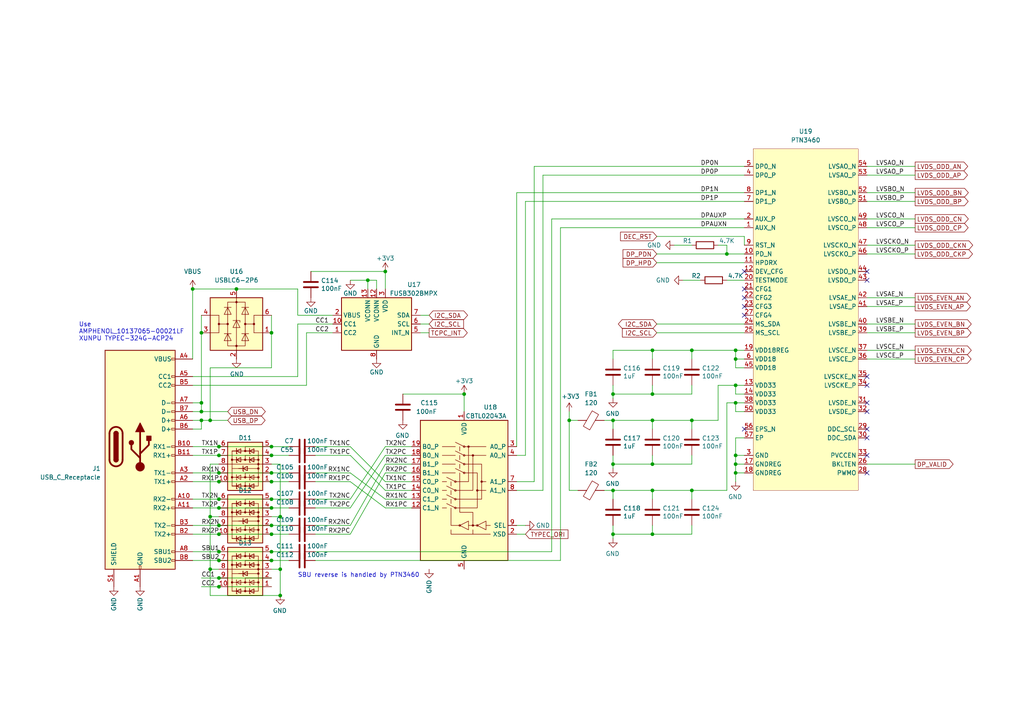
<source format=kicad_sch>
(kicad_sch (version 20231120) (generator "eeschema") (generator_version "8.0")
  (paper "A4")
  (title_block (title "Caster EPDC") (date "2022-07-03") (rev "R0.4") (company "Copyright 2022 Modos / Engineer: Wenting Zhang"))
  (lib_symbols
    (symbol "Analog_Switch:CBTL02043A"
      (property "Reference" "U" (at -12.7 21.59 0))
      (property "Value" "CBTL02043A" (at 6.35 21.59 0))
      (symbol "CBTL02043A_1_1"
        (pin power_in line (at 0 22.86 270) (length 2.54) (name "VDD") (number "1"))
        (pin passive line (at 0 22.86 270) (length 2.54) hide (name "VDD") (number "10"))
        (pin passive line (at 0 -22.86 90) (length 2.54) hide (name "GND") (number "11"))
        (pin passive line (at 15.24 -5.08 180) (length 2.54) (name "C1_N") (number "12"))
        (pin passive line (at 15.24 -2.54 180) (length 2.54) (name "C1_P") (number "13"))
        (pin passive line (at 15.24 0 180) (length 2.54) (name "C0_N") (number "14"))
        (pin passive line (at 15.24 2.54 180) (length 2.54) (name "C0_P") (number "15"))
        (pin passive line (at 15.24 5.08 180) (length 2.54) (name "B1_N") (number "16"))
        (pin passive line (at 15.24 7.62 180) (length 2.54) (name "B1_P") (number "17"))
        (pin passive line (at 15.24 10.16 180) (length 2.54) (name "B0_N") (number "18"))
        (pin passive line (at 15.24 12.7 180) (length 2.54) (name "B0_P") (number "19"))
        (pin input line (at -15.24 -12.7 0) (length 2.54) (name "XSD") (number "2"))
        (pin passive line (at 0 -22.86 90) (length 2.54) hide (name "GND") (number "20"))
        (pin passive line (at 0 -22.86 90) (length 2.54) hide (name "GND") (number "21"))
        (pin passive line (at -15.24 12.7 0) (length 2.54) (name "A0_P") (number "3"))
        (pin passive line (at -15.24 10.16 0) (length 2.54) (name "A0_N") (number "4"))
        (pin power_in line (at 0 -22.86 90) (length 2.54) (name "GND") (number "5"))
        (pin passive line (at 0 22.86 270) (length 2.54) hide (name "VDD") (number "6"))
        (pin passive line (at -15.24 2.54 0) (length 2.54) (name "A1_P") (number "7"))
        (pin passive line (at -15.24 0 0) (length 2.54) (name "A1_N") (number "8"))
        (pin input line (at -15.24 -10.16 0) (length 2.54) (name "SEL") (number "9"))
      )
    )
    (symbol "Connector:USB_C_Receptacle" (pin_names (offset 1.016))
      (property "Reference" "J" (at -10.16 29.21 0))
      (property "Value" "USB_C_Receptacle" (at 10.16 29.21 0))
      (symbol "USB_C_Receptacle_1_1"
        (pin passive line (at 0 -40.64 90) (length 5.08) (name "GND") (number "A1"))
        (pin bidirectional line (at 15.24 -15.24 180) (length 5.08) (name "RX2-") (number "A10"))
        (pin bidirectional line (at 15.24 -17.78 180) (length 5.08) (name "RX2+") (number "A11"))
        (pin passive line (at 0 -40.64 90) (length 5.08) hide (name "GND") (number "A12"))
        (pin bidirectional line (at 15.24 -10.16 180) (length 5.08) (name "TX1+") (number "A2"))
        (pin bidirectional line (at 15.24 -7.62 180) (length 5.08) (name "TX1-") (number "A3"))
        (pin passive line (at 15.24 25.4 180) (length 5.08) (name "VBUS") (number "A4"))
        (pin bidirectional line (at 15.24 20.32 180) (length 5.08) (name "CC1") (number "A5"))
        (pin bidirectional line (at 15.24 7.62 180) (length 5.08) (name "D+") (number "A6"))
        (pin bidirectional line (at 15.24 12.7 180) (length 5.08) (name "D-") (number "A7"))
        (pin bidirectional line (at 15.24 -30.48 180) (length 5.08) (name "SBU1") (number "A8"))
        (pin passive line (at 15.24 25.4 180) (length 5.08) hide (name "VBUS") (number "A9"))
        (pin passive line (at 0 -40.64 90) (length 5.08) hide (name "GND") (number "B1"))
        (pin bidirectional line (at 15.24 0 180) (length 5.08) (name "RX1-") (number "B10"))
        (pin bidirectional line (at 15.24 -2.54 180) (length 5.08) (name "RX1+") (number "B11"))
        (pin passive line (at 0 -40.64 90) (length 5.08) hide (name "GND") (number "B12"))
        (pin bidirectional line (at 15.24 -25.4 180) (length 5.08) (name "TX2+") (number "B2"))
        (pin bidirectional line (at 15.24 -22.86 180) (length 5.08) (name "TX2-") (number "B3"))
        (pin passive line (at 15.24 25.4 180) (length 5.08) hide (name "VBUS") (number "B4"))
        (pin bidirectional line (at 15.24 17.78 180) (length 5.08) (name "CC2") (number "B5"))
        (pin bidirectional line (at 15.24 5.08 180) (length 5.08) (name "D+") (number "B6"))
        (pin bidirectional line (at 15.24 10.16 180) (length 5.08) (name "D-") (number "B7"))
        (pin bidirectional line (at 15.24 -33.02 180) (length 5.08) (name "SBU2") (number "B8"))
        (pin passive line (at 15.24 25.4 180) (length 5.08) hide (name "VBUS") (number "B9"))
        (pin passive line (at -7.62 -40.64 90) (length 5.08) (name "SHIELD") (number "S1"))
      )
    )
    (symbol "Device:C" (pin_numbers hide) (pin_names (offset 0.254))
      (property "Reference" "C" (at 0.635 2.54 0))
      (property "Value" "C" (at 0.635 -2.54 0))
      (symbol "C_1_1"
        (pin passive line (at 0 3.81 270) (length 2.794) (name "~") (number "1"))
        (pin passive line (at 0 -3.81 90) (length 2.794) (name "~") (number "2"))
      )
    )
    (symbol "Device:FerriteBead" (pin_numbers hide) (pin_names (offset 0))
      (property "Reference" "FB" (at -3.81 0.635 90))
      (property "Value" "FerriteBead" (at 3.81 0 90))
      (symbol "FerriteBead_1_1"
        (pin passive line (at 0 3.81 270) (length 2.54) (name "~") (number "1"))
        (pin passive line (at 0 -3.81 90) (length 2.54) (name "~") (number "2"))
      )
    )
    (symbol "Device:R" (pin_numbers hide) (pin_names (offset 0))
      (property "Reference" "R" (at 2.032 0 90))
      (property "Value" "R" (at 0 0 90))
      (symbol "R_1_1"
        (pin passive line (at 0 3.81 270) (length 1.27) (name "~") (number "1"))
        (pin passive line (at 0 -3.81 90) (length 1.27) (name "~") (number "2"))
      )
    )
    (symbol "Interface_USB:FUSB302BMPX"
      (property "Reference" "U" (at -10.16 8.89 0))
      (property "Value" "FUSB302BMPX" (at 3.81 8.89 0))
      (symbol "FUSB302BMPX_1_1"
        (pin bidirectional line (at 12.7 -2.54 180) (length 2.54) (name "CC2") (number "1"))
        (pin bidirectional line (at 12.7 0 180) (length 2.54) (name "CC1") (number "10"))
        (pin bidirectional line (at 12.7 0 180) (length 2.54) hide (name "CC1") (number "11"))
        (pin power_in line (at 0 10.16 270) (length 2.54) (name "VCONN") (number "12"))
        (pin power_in line (at 2.54 10.16 270) (length 2.54) (name "VCONN") (number "13"))
        (pin bidirectional line (at 12.7 -2.54 180) (length 2.54) hide (name "CC2") (number "14"))
        (pin passive line (at 0 -10.16 90) (length 2.54) hide (name "GND") (number "15"))
        (pin input line (at 12.7 2.54 180) (length 2.54) (name "VBUS") (number "2"))
        (pin power_in line (at -2.54 10.16 270) (length 2.54) (name "VDD") (number "3"))
        (pin passive line (at -2.54 10.16 270) (length 2.54) hide (name "VDD") (number "4"))
        (pin open_collector line (at -12.7 -2.54 0) (length 2.54) (name "INT_N") (number "5"))
        (pin input line (at -12.7 0 0) (length 2.54) (name "SCL") (number "6"))
        (pin bidirectional line (at -12.7 2.54 0) (length 2.54) (name "SDA") (number "7"))
        (pin power_in line (at 0 -10.16 90) (length 2.54) (name "GND") (number "8"))
        (pin passive line (at 0 -10.16 90) (length 2.54) hide (name "GND") (number "9"))
      )
    )
    (symbol "Power_Protection:USBLC6-2P6" (pin_names hide)
      (property "Reference" "U" (at 2.54 8.89 0))
      (property "Value" "USBLC6-2P6" (at 2.54 -8.89 0))
      (symbol "USBLC6-2P6_1_1"
        (pin passive line (at -10.16 -2.54 0) (length 2.54) (name "I/O1") (number "1"))
        (pin passive line (at 0 -10.16 90) (length 2.54) (name "GND") (number "2"))
        (pin passive line (at 10.16 -2.54 180) (length 2.54) (name "I/O2") (number "3"))
        (pin passive line (at 10.16 2.54 180) (length 2.54) (name "I/O2") (number "4"))
        (pin passive line (at 0 10.16 270) (length 2.54) (name "VBUS") (number "5"))
        (pin passive line (at -10.16 2.54 0) (length 2.54) (name "I/O1") (number "6"))
      )
    )
    (symbol "power:+3V3" (power) (pin_names (offset 0))
      (property "Value" "+3V3" (at 0 3.556 0))
      (symbol "+3V3_1_1"
        (pin power_in line (at 0 0 90) (length 0) hide (name "+3V3") (number "1"))
      )
    )
    (symbol "power:GND" (power) (pin_names (offset 0))
      (property "Value" "GND" (at 0 -3.81 0))
      (symbol "GND_1_1"
        (pin power_in line (at 0 0 270) (length 0) hide (name "GND") (number "1"))
      )
    )
    (symbol "power:VBUS" (power) (pin_names (offset 0))
      (property "Value" "VBUS" (at 0 3.81 0))
      (symbol "VBUS_1_1"
        (pin power_in line (at 0 0 90) (length 0) hide (name "VBUS") (number "1"))
      )
    )
    (symbol "symbols:PTN3460"
      (property "Reference" "U" (at 0 0 0))
      (property "Value" "PTN3460" (at 0 -2.54 0))
      (symbol "PTN3460_1_1"
        (pin bidirectional line (at -17.78 -27.94 0) (length 2.54) (name "AUX_N") (number "1"))
        (pin input line (at -17.78 -35.56 0) (length 2.54) (name "PD_N") (number "10"))
        (pin input line (at -17.78 -38.1 0) (length 2.54) (name "HPDRX") (number "11"))
        (pin input line (at -17.78 -40.64 0) (length 2.54) (name "DEV_CFG") (number "12"))
        (pin power_in line (at -17.78 -73.66 0) (length 2.54) (name "VDD33") (number "13"))
        (pin power_in line (at -17.78 -76.2 0) (length 2.54) (name "VDD33") (number "14"))
        (pin input line (at 0 -93.98 0) (length 2.54) hide (name "NC") (number "15"))
        (pin input line (at 0 -96.52 0) (length 2.54) hide (name "NC") (number "16"))
        (pin power_in line (at -17.78 -96.52 0) (length 2.54) (name "GNDREG") (number "17"))
        (pin power_in line (at -17.78 -99.06 0) (length 2.54) (name "GNDREG") (number "18"))
        (pin power_out line (at -17.78 -63.5 0) (length 2.54) (name "VDD18REG") (number "19"))
        (pin bidirectional line (at -17.78 -25.4 0) (length 2.54) (name "AUX_P") (number "2"))
        (pin input line (at -17.78 -43.18 0) (length 2.54) (name "TESTMODE") (number "20"))
        (pin input line (at -17.78 -45.72 0) (length 2.54) (name "CFG1") (number "21"))
        (pin input line (at -17.78 -48.26 0) (length 2.54) (name "CFG2") (number "22"))
        (pin input line (at -17.78 -50.8 0) (length 2.54) (name "CFG3") (number "23"))
        (pin input line (at -17.78 -55.88 0) (length 2.54) (name "MS_SDA") (number "24"))
        (pin input line (at -17.78 -58.42 0) (length 2.54) (name "MS_SCL") (number "25"))
        (pin output line (at 17.78 -96.52 180) (length 2.54) (name "BKLTEN") (number "26"))
        (pin input line (at -17.78 -53.34 0) (length 2.54) (name "CFG4") (number "27"))
        (pin output line (at 17.78 -99.06 180) (length 2.54) (name "PWMO") (number "28"))
        (pin open_collector line (at 17.78 -86.36 180) (length 2.54) (name "DDC_SCL") (number "29"))
        (pin power_in line (at -17.78 -93.98 0) (length 2.54) (name "GND") (number "3"))
        (pin open_collector line (at 17.78 -88.9 180) (length 2.54) (name "DDC_SDA") (number "30"))
        (pin output line (at 17.78 -78.74 180) (length 2.54) (name "LVSDE_N") (number "31"))
        (pin output line (at 17.78 -81.28 180) (length 2.54) (name "LVSDE_P") (number "32"))
        (pin output line (at 17.78 -93.98 180) (length 2.54) (name "PVCCEN") (number "33"))
        (pin output line (at 17.78 -73.66 180) (length 2.54) (name "LVSCKE_P") (number "34"))
        (pin output line (at 17.78 -71.12 180) (length 2.54) (name "LVSCKE_N") (number "35"))
        (pin output line (at 17.78 -66.04 180) (length 2.54) (name "LVSCE_P") (number "36"))
        (pin output line (at 17.78 -63.5 180) (length 2.54) (name "LVSCE_N") (number "37"))
        (pin power_in line (at -17.78 -78.74 0) (length 2.54) (name "VDD33") (number "38"))
        (pin output line (at 17.78 -58.42 180) (length 2.54) (name "LVSBE_P") (number "39"))
        (pin input line (at -17.78 -12.7 0) (length 2.54) (name "DP0_P") (number "4"))
        (pin output line (at 17.78 -55.88 180) (length 2.54) (name "LVSBE_N") (number "40"))
        (pin output line (at 17.78 -50.8 180) (length 2.54) (name "LVSAE_P") (number "41"))
        (pin output line (at 17.78 -48.26 180) (length 2.54) (name "LVSAE_N") (number "42"))
        (pin output line (at 17.78 -43.18 180) (length 2.54) (name "LVSDO_P") (number "43"))
        (pin output line (at 17.78 -40.64 180) (length 2.54) (name "LVSDO_N") (number "44"))
        (pin power_in line (at -17.78 -68.58 0) (length 2.54) (name "VDD18") (number "45"))
        (pin output line (at 17.78 -35.56 180) (length 2.54) (name "LVSCKO_P") (number "46"))
        (pin output line (at 17.78 -33.02 180) (length 2.54) (name "LVSCKO_N") (number "47"))
        (pin output line (at 17.78 -27.94 180) (length 2.54) (name "LVSCO_P") (number "48"))
        (pin output line (at 17.78 -25.4 180) (length 2.54) (name "LVSCO_N") (number "49"))
        (pin input line (at -17.78 -10.16 0) (length 2.54) (name "DP0_N") (number "5"))
        (pin power_in line (at -17.78 -81.28 0) (length 2.54) (name "VDD33") (number "50"))
        (pin output line (at 17.78 -20.32 180) (length 2.54) (name "LVSBO_P") (number "51"))
        (pin output line (at 17.78 -17.78 180) (length 2.54) (name "LVSBO_N") (number "52"))
        (pin output line (at 17.78 -12.7 180) (length 2.54) (name "LVSAO_P") (number "53"))
        (pin output line (at 17.78 -10.16 180) (length 2.54) (name "LVSAO_N") (number "54"))
        (pin input line (at 0 -99.06 0) (length 2.54) hide (name "NC") (number "55"))
        (pin input line (at -17.78 -86.36 0) (length 2.54) (name "EPS_N") (number "56"))
        (pin input line (at -17.78 -88.9 0) (length 2.54) (name "EP") (number "57"))
        (pin power_in line (at -17.78 -66.04 0) (length 2.54) (name "VDD18") (number "6"))
        (pin input line (at -17.78 -20.32 0) (length 2.54) (name "DP1_P") (number "7"))
        (pin input line (at -17.78 -17.78 0) (length 2.54) (name "DP1_N") (number "8"))
        (pin input line (at -17.78 -33.02 0) (length 2.54) (name "RST_N") (number "9"))
      )
    )
    (symbol "symbols:RCLAMP0524P" (pin_names hide)
      (property "Reference" "D" (at 7.62 1.27 0))
      (property "Value" "RCLAMP0524P" (at 7.62 -0.635 0))
      (symbol "RCLAMP0524P_0_0"
        (pin passive line (at 0 -7.62 90) (length 2.54) (name "GND") (number "3"))
      )
      (symbol "RCLAMP0524P_1_1"
        (pin passive line (at -5.08 -7.62 90) (length 2.54) (name "IO1") (number "1"))
        (pin passive line (at -5.08 7.62 270) (length 2.54) (name "NC4") (number "10"))
        (pin passive line (at -2.54 -7.62 90) (length 2.54) (name "IO2") (number "2"))
        (pin passive line (at 2.54 -7.62 90) (length 2.54) (name "IO3") (number "4"))
        (pin passive line (at 5.08 -7.62 90) (length 2.54) (name "IO4") (number "5"))
        (pin passive line (at 5.08 7.62 270) (length 2.54) (name "NC1") (number "6"))
        (pin passive line (at 2.54 7.62 270) (length 2.54) (name "NC2") (number "7"))
        (pin passive line (at 0 7.62 270) (length 2.54) (name "GND") (number "8"))
        (pin passive line (at -2.54 7.62 270) (length 2.54) (name "NC3") (number "9"))
      )
    )
  )
  (junction (at 177.8 142.24) (diameter 0.9144))
  (junction (at 189.23 101.6) (diameter 0.9144))
  (junction (at 78.74 144.78))
  (junction (at 78.74 132.08))
  (junction (at 60.96 121.92))
  (junction (at 58.42 116.84))
  (junction (at 63.5 129.54))
  (junction (at 177.8 134.62) (diameter 0.9144))
  (junction (at 189.23 154.94) (diameter 0.9144))
  (junction (at 63.5 137.16))
  (junction (at 78.74 147.32))
  (junction (at 81.28 165.1))
  (junction (at 213.36 134.62) (diameter 0.9144))
  (junction (at 78.74 139.7))
  (junction (at 78.74 154.94))
  (junction (at 63.5 147.32))
  (junction (at 78.74 137.16))
  (junction (at 63.5 170.18))
  (junction (at 213.36 116.84) (diameter 0.9144))
  (junction (at 58.42 96.52))
  (junction (at 78.74 152.4))
  (junction (at 111.76 78.74))
  (junction (at 78.74 162.56))
  (junction (at 63.5 144.78))
  (junction (at 213.36 104.14) (diameter 0.9144))
  (junction (at 68.58 83.82))
  (junction (at 106.68 81.28))
  (junction (at 189.23 142.24) (diameter 0.9144))
  (junction (at 81.28 172.72))
  (junction (at 177.8 121.92) (diameter 0.9144))
  (junction (at 78.74 129.54))
  (junction (at 63.5 132.08))
  (junction (at 63.5 152.4))
  (junction (at 189.23 134.62) (diameter 0.9144))
  (junction (at 81.28 149.86))
  (junction (at 213.36 132.08) (diameter 0.9144))
  (junction (at 60.96 149.86))
  (junction (at 63.5 139.7))
  (junction (at 134.62 114.3))
  (junction (at 213.36 137.16) (diameter 0.9144))
  (junction (at 63.5 162.56))
  (junction (at 177.8 154.94) (diameter 0.9144))
  (junction (at 63.5 167.64))
  (junction (at 58.42 121.92))
  (junction (at 189.23 114.3) (diameter 0.9144))
  (junction (at 165.1 121.92) (diameter 0.9144))
  (junction (at 200.66 142.24) (diameter 0.9144))
  (junction (at 210.82 73.66))
  (junction (at 78.74 96.52))
  (junction (at 63.5 160.02))
  (junction (at 78.74 160.02))
  (junction (at 213.36 101.6) (diameter 0.9144))
  (junction (at 60.96 165.1))
  (junction (at 177.8 114.3) (diameter 0.9144))
  (junction (at 63.5 154.94))
  (junction (at 55.88 83.82))
  (junction (at 200.66 121.92) (diameter 0.9144))
  (junction (at 58.42 119.38))
  (junction (at 189.23 121.92) (diameter 0.9144))
  (junction (at 200.66 101.6) (diameter 0.9144))
  (junction (at 213.36 111.76) (diameter 0.9144))
  (no_connect (at 251.46 78.74))
  (no_connect (at 215.9 91.44))
  (no_connect (at 251.46 111.76))
  (no_connect (at 251.46 124.46))
  (no_connect (at 215.9 88.9))
  (no_connect (at 251.46 127))
  (no_connect (at 251.46 81.28))
  (no_connect (at 215.9 86.36))
  (no_connect (at 215.9 78.74))
  (no_connect (at 251.46 119.38))
  (no_connect (at 251.46 132.08))
  (no_connect (at 215.9 83.82))
  (no_connect (at 215.9 124.46))
  (no_connect (at 251.46 109.22))
  (no_connect (at 251.46 116.84))
  (no_connect (at 251.46 137.16))
  (wire (pts (xy 91.44 154.94) (xy 101.6 154.94)))
  (wire (pts (xy 198.12 81.28) (xy 203.2 81.28)))
  (wire (pts (xy 78.74 96.52) (xy 78.74 91.44)))
  (wire (pts (xy 81.28 149.86) (xy 81.28 165.1)))
  (wire (pts (xy 251.46 73.66) (xy 265.43 73.66)))
  (wire (pts (xy 78.74 106.68) (xy 60.96 106.68)))
  (wire (pts (xy 101.6 132.08) (xy 111.76 142.24)))
  (wire (pts (xy 111.76 147.32) (xy 119.38 147.32)))
  (wire (pts (xy 165.1 119.38) (xy 165.1 121.92)))
  (wire (pts (xy 251.46 101.6) (xy 265.43 101.6)))
  (wire (pts (xy 149.86 55.88) (xy 149.86 129.54)))
  (wire (pts (xy 177.8 142.24) (xy 177.8 144.78)))
  (wire (pts (xy 149.86 55.88) (xy 215.9 55.88)))
  (wire (pts (xy 55.88 121.92) (xy 58.42 121.92)))
  (wire (pts (xy 157.48 50.8) (xy 215.9 50.8)))
  (wire (pts (xy 91.44 147.32) (xy 101.6 147.32)))
  (wire (pts (xy 177.8 154.94) (xy 177.8 156.21)))
  (wire (pts (xy 215.9 68.58) (xy 215.9 71.12)))
  (wire (pts (xy 165.1 121.92) (xy 167.64 121.92)))
  (wire (pts (xy 215.9 114.3) (xy 213.36 114.3)))
  (wire (pts (xy 154.94 48.26) (xy 215.9 48.26)))
  (wire (pts (xy 63.5 152.4) (xy 78.74 152.4)))
  (wire (pts (xy 189.23 154.94) (xy 200.66 154.94)))
  (wire (pts (xy 165.1 142.24) (xy 167.64 142.24)))
  (wire (pts (xy 60.96 149.86) (xy 60.96 165.1)))
  (wire (pts (xy 101.6 137.16) (xy 111.76 144.78)))
  (wire (pts (xy 213.36 119.38) (xy 213.36 116.84)))
  (wire (pts (xy 213.36 111.76) (xy 215.9 111.76)))
  (wire (pts (xy 121.92 91.44) (xy 124.46 91.44)))
  (wire (pts (xy 91.44 132.08) (xy 101.6 132.08)))
  (wire (pts (xy 91.44 129.54) (xy 101.6 129.54)))
  (wire (pts (xy 189.23 142.24) (xy 177.8 142.24)))
  (wire (pts (xy 58.42 121.92) (xy 60.96 121.92)))
  (wire (pts (xy 60.96 172.72) (xy 81.28 172.72)))
  (wire (pts (xy 213.36 137.16) (xy 215.9 137.16)))
  (wire (pts (xy 55.88 160.02) (xy 63.5 160.02)))
  (wire (pts (xy 251.46 58.42) (xy 265.43 58.42)))
  (wire (pts (xy 213.36 104.14) (xy 215.9 104.14)))
  (wire (pts (xy 111.76 132.08) (xy 119.38 132.08)))
  (wire (pts (xy 78.74 152.4) (xy 83.82 152.4)))
  (wire (pts (xy 88.9 96.52) (xy 96.52 96.52)))
  (wire (pts (xy 160.02 63.5) (xy 215.9 63.5)))
  (wire (pts (xy 149.86 132.08) (xy 152.4 132.08)))
  (wire (pts (xy 81.28 165.1) (xy 81.28 172.72)))
  (wire (pts (xy 200.66 132.08) (xy 200.66 134.62)))
  (wire (pts (xy 55.88 109.22) (xy 86.36 109.22)))
  (wire (pts (xy 55.88 154.94) (xy 63.5 154.94)))
  (wire (pts (xy 58.42 96.52) (xy 58.42 91.44)))
  (wire (pts (xy 210.82 81.28) (xy 215.9 81.28)))
  (wire (pts (xy 189.23 114.3) (xy 177.8 114.3)))
  (wire (pts (xy 55.88 119.38) (xy 58.42 119.38)))
  (wire (pts (xy 55.88 152.4) (xy 63.5 152.4)))
  (wire (pts (xy 55.88 147.32) (xy 63.5 147.32)))
  (wire (pts (xy 189.23 101.6) (xy 189.23 104.14)))
  (wire (pts (xy 78.74 154.94) (xy 83.82 154.94)))
  (wire (pts (xy 111.76 129.54) (xy 119.38 129.54)))
  (wire (pts (xy 91.44 160.02) (xy 160.02 160.02)))
  (wire (pts (xy 190.5 68.58) (xy 215.9 68.58)))
  (wire (pts (xy 55.88 129.54) (xy 63.5 129.54)))
  (wire (pts (xy 63.5 139.7) (xy 78.74 139.7)))
  (wire (pts (xy 251.46 96.52) (xy 265.43 96.52)))
  (wire (pts (xy 210.82 116.84) (xy 213.36 116.84)))
  (wire (pts (xy 177.8 152.4) (xy 177.8 154.94)))
  (wire (pts (xy 58.42 119.38) (xy 58.42 116.84)))
  (wire (pts (xy 78.74 139.7) (xy 83.82 139.7)))
  (wire (pts (xy 213.36 132.08) (xy 215.9 132.08)))
  (wire (pts (xy 63.5 170.18) (xy 78.74 170.18)))
  (wire (pts (xy 200.66 142.24) (xy 189.23 142.24)))
  (wire (pts (xy 91.44 139.7) (xy 101.6 139.7)))
  (wire (pts (xy 60.96 121.92) (xy 66.04 121.92)))
  (wire (pts (xy 58.42 167.64) (xy 63.5 167.64)))
  (wire (pts (xy 251.46 63.5) (xy 265.43 63.5)))
  (wire (pts (xy 55.88 162.56) (xy 63.5 162.56)))
  (wire (pts (xy 200.66 101.6) (xy 189.23 101.6)))
  (wire (pts (xy 78.74 160.02) (xy 83.82 160.02)))
  (wire (pts (xy 213.36 116.84) (xy 215.9 116.84)))
  (wire (pts (xy 162.56 66.04) (xy 215.9 66.04)))
  (wire (pts (xy 251.46 71.12) (xy 265.43 71.12)))
  (wire (pts (xy 111.76 139.7) (xy 119.38 139.7)))
  (wire (pts (xy 63.5 154.94) (xy 78.74 154.94)))
  (wire (pts (xy 162.56 66.04) (xy 162.56 162.56)))
  (wire (pts (xy 208.28 71.12) (xy 210.82 71.12)))
  (wire (pts (xy 55.88 144.78) (xy 63.5 144.78)))
  (wire (pts (xy 189.23 154.94) (xy 177.8 154.94)))
  (wire (pts (xy 152.4 58.42) (xy 152.4 132.08)))
  (wire (pts (xy 101.6 144.78) (xy 111.76 129.54)))
  (wire (pts (xy 189.23 152.4) (xy 189.23 154.94)))
  (wire (pts (xy 213.36 134.62) (xy 213.36 137.16)))
  (wire (pts (xy 177.8 111.76) (xy 177.8 114.3)))
  (wire (pts (xy 78.74 149.86) (xy 81.28 149.86)))
  (wire (pts (xy 121.92 96.52) (xy 124.46 96.52)))
  (wire (pts (xy 190.5 93.98) (xy 215.9 93.98)))
  (wire (pts (xy 213.36 101.6) (xy 215.9 101.6)))
  (wire (pts (xy 78.74 162.56) (xy 83.82 162.56)))
  (wire (pts (xy 60.96 165.1) (xy 60.96 172.72)))
  (wire (pts (xy 190.5 76.2) (xy 215.9 76.2)))
  (wire (pts (xy 58.42 124.46) (xy 58.42 121.92)))
  (wire (pts (xy 213.36 137.16) (xy 213.36 139.7)))
  (wire (pts (xy 149.86 142.24) (xy 157.48 142.24)))
  (wire (pts (xy 200.66 111.76) (xy 200.66 114.3)))
  (wire (pts (xy 78.74 129.54) (xy 83.82 129.54)))
  (wire (pts (xy 160.02 63.5) (xy 160.02 160.02)))
  (wire (pts (xy 116.84 114.3) (xy 134.62 114.3)))
  (wire (pts (xy 63.5 167.64) (xy 78.74 167.64)))
  (wire (pts (xy 213.36 127) (xy 213.36 132.08)))
  (wire (pts (xy 208.28 111.76) (xy 213.36 111.76)))
  (wire (pts (xy 210.82 71.12) (xy 210.82 73.66)))
  (wire (pts (xy 58.42 116.84) (xy 58.42 96.52)))
  (wire (pts (xy 55.88 111.76) (xy 88.9 111.76)))
  (wire (pts (xy 200.66 101.6) (xy 213.36 101.6)))
  (wire (pts (xy 200.66 152.4) (xy 200.66 154.94)))
  (wire (pts (xy 101.6 154.94) (xy 111.76 137.16)))
  (wire (pts (xy 109.22 81.28) (xy 109.22 83.82)))
  (wire (pts (xy 189.23 142.24) (xy 189.23 144.78)))
  (wire (pts (xy 63.5 137.16) (xy 78.74 137.16)))
  (wire (pts (xy 121.92 93.98) (xy 124.46 93.98)))
  (wire (pts (xy 90.17 78.74) (xy 111.76 78.74)))
  (wire (pts (xy 63.5 129.54) (xy 78.74 129.54)))
  (wire (pts (xy 189.23 114.3) (xy 200.66 114.3)))
  (wire (pts (xy 200.66 142.24) (xy 200.66 144.78)))
  (wire (pts (xy 78.74 165.1) (xy 81.28 165.1)))
  (wire (pts (xy 177.8 132.08) (xy 177.8 134.62)))
  (wire (pts (xy 195.58 71.12) (xy 200.66 71.12)))
  (wire (pts (xy 251.46 66.04) (xy 265.43 66.04)))
  (wire (pts (xy 213.36 132.08) (xy 213.36 134.62)))
  (wire (pts (xy 55.88 124.46) (xy 58.42 124.46)))
  (wire (pts (xy 251.46 134.62) (xy 265.43 134.62)))
  (wire (pts (xy 175.26 142.24) (xy 177.8 142.24)))
  (wire (pts (xy 86.36 91.44) (xy 86.36 83.82)))
  (wire (pts (xy 78.74 96.52) (xy 78.74 106.68)))
  (wire (pts (xy 58.42 170.18) (xy 63.5 170.18)))
  (wire (pts (xy 251.46 50.8) (xy 265.43 50.8)))
  (wire (pts (xy 55.88 139.7) (xy 63.5 139.7)))
  (wire (pts (xy 189.23 121.92) (xy 177.8 121.92)))
  (wire (pts (xy 200.66 121.92) (xy 208.28 121.92)))
  (wire (pts (xy 154.94 48.26) (xy 154.94 139.7)))
  (wire (pts (xy 63.5 162.56) (xy 78.74 162.56)))
  (wire (pts (xy 106.68 83.82) (xy 106.68 81.28)))
  (wire (pts (xy 189.23 134.62) (xy 177.8 134.62)))
  (wire (pts (xy 63.5 149.86) (xy 60.96 149.86)))
  (wire (pts (xy 165.1 121.92) (xy 165.1 142.24)))
  (wire (pts (xy 189.23 121.92) (xy 189.23 124.46)))
  (wire (pts (xy 189.23 111.76) (xy 189.23 114.3)))
  (wire (pts (xy 78.74 132.08) (xy 83.82 132.08)))
  (wire (pts (xy 213.36 106.68) (xy 213.36 104.14)))
  (wire (pts (xy 177.8 114.3) (xy 177.8 115.57)))
  (wire (pts (xy 101.6 152.4) (xy 111.76 134.62)))
  (wire (pts (xy 88.9 96.52) (xy 88.9 111.76)))
  (wire (pts (xy 55.88 83.82) (xy 55.88 104.14)))
  (wire (pts (xy 106.68 81.28) (xy 109.22 81.28)))
  (wire (pts (xy 149.86 152.4) (xy 152.4 152.4)))
  (wire (pts (xy 208.28 111.76) (xy 208.28 121.92)))
  (wire (pts (xy 200.66 121.92) (xy 189.23 121.92)))
  (wire (pts (xy 63.5 147.32) (xy 78.74 147.32)))
  (wire (pts (xy 251.46 55.88) (xy 265.43 55.88)))
  (wire (pts (xy 134.62 114.3) (xy 134.62 119.38)))
  (wire (pts (xy 177.8 101.6) (xy 177.8 104.14)))
  (wire (pts (xy 213.36 134.62) (xy 215.9 134.62)))
  (wire (pts (xy 251.46 86.36) (xy 265.43 86.36)))
  (wire (pts (xy 190.5 96.52) (xy 215.9 96.52)))
  (wire (pts (xy 86.36 93.98) (xy 86.36 109.22)))
  (wire (pts (xy 101.6 129.54) (xy 111.76 139.7)))
  (wire (pts (xy 86.36 93.98) (xy 96.52 93.98)))
  (wire (pts (xy 251.46 48.26) (xy 265.43 48.26)))
  (wire (pts (xy 101.6 147.32) (xy 111.76 132.08)))
  (wire (pts (xy 157.48 50.8) (xy 157.48 142.24)))
  (wire (pts (xy 101.6 81.28) (xy 106.68 81.28)))
  (wire (pts (xy 111.76 134.62) (xy 119.38 134.62)))
  (wire (pts (xy 200.66 121.92) (xy 200.66 124.46)))
  (wire (pts (xy 55.88 83.82) (xy 68.58 83.82)))
  (wire (pts (xy 91.44 162.56) (xy 162.56 162.56)))
  (wire (pts (xy 78.74 147.32) (xy 83.82 147.32)))
  (wire (pts (xy 101.6 139.7) (xy 111.76 147.32)))
  (wire (pts (xy 251.46 88.9) (xy 265.43 88.9)))
  (wire (pts (xy 55.88 137.16) (xy 63.5 137.16)))
  (wire (pts (xy 63.5 132.08) (xy 78.74 132.08)))
  (wire (pts (xy 86.36 83.82) (xy 68.58 83.82)))
  (wire (pts (xy 111.76 142.24) (xy 119.38 142.24)))
  (wire (pts (xy 91.44 152.4) (xy 101.6 152.4)))
  (wire (pts (xy 200.66 101.6) (xy 200.66 104.14)))
  (wire (pts (xy 215.9 127) (xy 213.36 127)))
  (wire (pts (xy 149.86 139.7) (xy 154.94 139.7)))
  (wire (pts (xy 149.86 154.94) (xy 152.4 154.94)))
  (wire (pts (xy 55.88 116.84) (xy 58.42 116.84)))
  (wire (pts (xy 63.5 160.02) (xy 78.74 160.02)))
  (wire (pts (xy 60.96 165.1) (xy 63.5 165.1)))
  (wire (pts (xy 91.44 144.78) (xy 101.6 144.78)))
  (wire (pts (xy 81.28 134.62) (xy 81.28 149.86)))
  (wire (pts (xy 78.74 134.62) (xy 81.28 134.62)))
  (wire (pts (xy 63.5 144.78) (xy 78.74 144.78)))
  (wire (pts (xy 60.96 106.68) (xy 60.96 121.92)))
  (wire (pts (xy 152.4 58.42) (xy 215.9 58.42)))
  (wire (pts (xy 213.36 104.14) (xy 213.36 101.6)))
  (wire (pts (xy 60.96 134.62) (xy 60.96 149.86)))
  (wire (pts (xy 189.23 101.6) (xy 177.8 101.6)))
  (wire (pts (xy 177.8 121.92) (xy 177.8 124.46)))
  (wire (pts (xy 96.52 91.44) (xy 86.36 91.44)))
  (wire (pts (xy 91.44 137.16) (xy 101.6 137.16)))
  (wire (pts (xy 215.9 106.68) (xy 213.36 106.68)))
  (wire (pts (xy 190.5 73.66) (xy 210.82 73.66)))
  (wire (pts (xy 189.23 134.62) (xy 200.66 134.62)))
  (wire (pts (xy 111.76 78.74) (xy 111.76 83.82)))
  (wire (pts (xy 251.46 104.14) (xy 265.43 104.14)))
  (wire (pts (xy 189.23 132.08) (xy 189.23 134.62)))
  (wire (pts (xy 213.36 114.3) (xy 213.36 111.76)))
  (wire (pts (xy 210.82 142.24) (xy 210.82 116.84)))
  (wire (pts (xy 210.82 73.66) (xy 215.9 73.66)))
  (wire (pts (xy 55.88 132.08) (xy 63.5 132.08)))
  (wire (pts (xy 175.26 121.92) (xy 177.8 121.92)))
  (wire (pts (xy 111.76 144.78) (xy 119.38 144.78)))
  (wire (pts (xy 58.42 119.38) (xy 66.04 119.38)))
  (wire (pts (xy 251.46 93.98) (xy 265.43 93.98)))
  (wire (pts (xy 63.5 134.62) (xy 60.96 134.62)))
  (wire (pts (xy 111.76 137.16) (xy 119.38 137.16)))
  (wire (pts (xy 213.36 119.38) (xy 215.9 119.38)))
  (wire (pts (xy 200.66 142.24) (xy 210.82 142.24)))
  (wire (pts (xy 78.74 137.16) (xy 83.82 137.16)))
  (wire (pts (xy 78.74 144.78) (xy 83.82 144.78)))
  (wire (pts (xy 177.8 134.62) (xy 177.8 135.89)))
  (text "Use\nAMPHENOL_10137065-00021LF\nXUNPU TYPEC-324G-ACP24" (at 22.86 99.06 0) (effects (font (size 1.27 1.27)) (justify left bottom)))
  (text "SBU reverse is handled by PTN3460" (at 86.36 167.64 0) (effects (font (size 1.27 1.27)) (justify left bottom)))
  (label "DPAUXN" (at 203.2 66.04 0))
  (label "LVSBO_N" (at 254 55.88 0))
  (label "RX2N" (at 58.42 152.4 0))
  (label "LVSCKO_P" (at 254 73.66 0))
  (label "TX2P" (at 58.42 147.32 0))
  (label "RX1PC" (at 101.6 139.7 180))
  (label "LVSAE_N" (at 254 86.36 0))
  (label "LVSCE_P" (at 254 104.14 0))
  (label "SBU1" (at 58.42 160.02 0))
  (label "LVSCO_P" (at 254 66.04 0))
  (label "RX1PC" (at 111.76 147.32 0))
  (label "TX1PC" (at 101.6 132.08 180))
  (label "TX1N" (at 58.42 129.54 0))
  (label "LVSBO_P" (at 254 58.42 0))
  (label "DP0N" (at 203.2 48.26 0))
  (label "DP0P" (at 203.2 50.8 0))
  (label "RX1P" (at 58.42 139.7 0))
  (label "TX2NC" (at 111.76 129.54 0))
  (label "TX1NC" (at 101.6 129.54 180))
  (label "RX2P" (at 58.42 154.94 0))
  (label "TX1NC" (at 111.76 139.7 0))
  (label "RX2NC" (at 101.6 152.4 180))
  (label "RX2NC" (at 111.76 134.62 0))
  (label "TX2N" (at 58.42 144.78 0))
  (label "CC1" (at 91.44 93.98 0))
  (label "TX2PC" (at 101.6 147.32 180))
  (label "TX1P" (at 58.42 132.08 0))
  (label "TX2NC" (at 101.6 144.78 180))
  (label "LVSAO_P" (at 254 50.8 0))
  (label "RX1NC" (at 101.6 137.16 180))
  (label "RX2PC" (at 101.6 154.94 180))
  (label "LVSAO_N" (at 254 48.26 0))
  (label "TX2PC" (at 111.76 132.08 0))
  (label "DP1N" (at 203.2 55.88 0))
  (label "LVSBE_P" (at 254 96.52 0))
  (label "CC2" (at 91.44 96.52 0))
  (label "CC2" (at 58.42 170.18 0))
  (label "CC1" (at 58.42 167.64 0))
  (label "DPAUXP" (at 203.2 63.5 0))
  (label "RX1N" (at 58.42 137.16 0))
  (label "DP1P" (at 203.2 58.42 0))
  (label "LVSCO_N" (at 254 63.5 0))
  (label "LVSCKO_N" (at 254 71.12 0))
  (label "LVSCE_N" (at 254 101.6 0))
  (label "RX2PC" (at 111.76 137.16 0))
  (label "LVSBE_N" (at 254 93.98 0))
  (label "SBU2" (at 58.42 162.56 0))
  (label "RX1NC" (at 111.76 144.78 0))
  (label "TX1PC" (at 111.76 142.24 0))
  (label "LVSAE_P" (at 254 88.9 0))
  (global_label "TYPEC_ORI" (shape input) (at 152.4 154.94 0) (property "Intersheetrefs" "${INTERSHEET_REFS}" (effects (hide yes))))
  (global_label "LVDS_ODD_BP" (shape output) (at 265.43 58.42 0) (property "Intersheetrefs" "${INTERSHEET_REFS}" (effects (hide yes))))
  (global_label "LVDS_ODD_AP" (shape output) (at 265.43 50.8 0) (property "Intersheetrefs" "${INTERSHEET_REFS}" (effects (hide yes))))
  (global_label "LVDS_ODD_CKP" (shape output) (at 265.43 73.66 0) (property "Intersheetrefs" "${INTERSHEET_REFS}" (effects (hide yes))))
  (global_label "TCPC_INT" (shape output) (at 124.46 96.52 0) (property "Intersheetrefs" "${INTERSHEET_REFS}" (effects (hide yes))))
  (global_label "DP_PDN" (shape input) (at 190.5 73.66 180) (property "Intersheetrefs" "${INTERSHEET_REFS}" (effects (hide yes))))
  (global_label "LVDS_ODD_CP" (shape output) (at 265.43 66.04 0) (property "Intersheetrefs" "${INTERSHEET_REFS}" (effects (hide yes))))
  (global_label "LVDS_ODD_CKN" (shape output) (at 265.43 71.12 0) (property "Intersheetrefs" "${INTERSHEET_REFS}" (effects (hide yes))))
  (global_label "I2C_SCL" (shape input) (at 124.46 93.98 0) (property "Intersheetrefs" "${INTERSHEET_REFS}" (effects (hide yes))))
  (global_label "LVDS_ODD_AN" (shape output) (at 265.43 48.26 0) (property "Intersheetrefs" "${INTERSHEET_REFS}" (effects (hide yes))))
  (global_label "LVDS_ODD_CN" (shape output) (at 265.43 63.5 0) (property "Intersheetrefs" "${INTERSHEET_REFS}" (effects (hide yes))))
  (global_label "I2C_SDA" (shape bidirectional) (at 190.5 93.98 180) (property "Intersheetrefs" "${INTERSHEET_REFS}" (effects (hide yes))))
  (global_label "LVDS_EVEN_CP" (shape output) (at 265.43 104.14 0) (property "Intersheetrefs" "${INTERSHEET_REFS}" (effects (hide yes))))
  (global_label "USB_DP" (shape bidirectional) (at 66.04 121.92 0) (property "Intersheetrefs" "${INTERSHEET_REFS}" (effects (hide yes))))
  (global_label "LVDS_EVEN_BP" (shape output) (at 265.43 96.52 0) (property "Intersheetrefs" "${INTERSHEET_REFS}" (effects (hide yes))))
  (global_label "LVDS_ODD_BN" (shape output) (at 265.43 55.88 0) (property "Intersheetrefs" "${INTERSHEET_REFS}" (effects (hide yes))))
  (global_label "LVDS_EVEN_AP" (shape output) (at 265.43 88.9 0) (property "Intersheetrefs" "${INTERSHEET_REFS}" (effects (hide yes))))
  (global_label "LVDS_EVEN_BN" (shape output) (at 265.43 93.98 0) (property "Intersheetrefs" "${INTERSHEET_REFS}" (effects (hide yes))))
  (global_label "I2C_SDA" (shape bidirectional) (at 124.46 91.44 0) (property "Intersheetrefs" "${INTERSHEET_REFS}" (effects (hide yes))))
  (global_label "LVDS_EVEN_AN" (shape output) (at 265.43 86.36 0) (property "Intersheetrefs" "${INTERSHEET_REFS}" (effects (hide yes))))
  (global_label "USB_DN" (shape bidirectional) (at 66.04 119.38 0) (property "Intersheetrefs" "${INTERSHEET_REFS}" (effects (hide yes))))
  (global_label "DEC_RST" (shape input) (at 190.5 68.58 180) (property "Intersheetrefs" "${INTERSHEET_REFS}" (effects (hide yes))))
  (global_label "LVDS_EVEN_CN" (shape output) (at 265.43 101.6 0) (property "Intersheetrefs" "${INTERSHEET_REFS}" (effects (hide yes))))
  (global_label "DP_VALID" (shape output) (at 265.43 134.62 0) (property "Intersheetrefs" "${INTERSHEET_REFS}" (effects (hide yes))))
  (global_label "I2C_SCL" (shape input) (at 190.5 96.52 180) (property "Intersheetrefs" "${INTERSHEET_REFS}" (effects (hide yes))))
  (global_label "DP_HPD" (shape input) (at 190.5 76.2 180) (property "Intersheetrefs" "${INTERSHEET_REFS}" (effects (hide yes))))
  (symbol (lib_id "power:GND") (at 101.6 81.28 0) (mirror y) (unit 1)
    (property "Reference" "#PWR0151" (effects (hide yes)))
    (property "Value" "GND" (at 101.6 85.09 0))
  )
  (symbol (lib_id "power:GND") (at 198.12 81.28 270) (unit 1)
    (property "Reference" "#PWR0162" (effects (hide yes)))
    (property "Value" "GND" (at 194.31 81.28 90) (effects (justify right)))
  )
  (symbol (lib_id "Device:C") (at 200.66 107.95 0) (unit 1)
    (property "Reference" "C122" (at 203.581 106.7816 0) (effects (justify left)))
    (property "Value" "100nF" (at 203.581 109.093 0) (effects (justify left)))
    (property "Footprint" "Capacitor_SMD:C_0402_1005Metric" (effects (hide yes)))
  )
  (symbol (lib_id "power:GND") (at 124.46 165.1 0) (unit 1)
    (property "Reference" "#PWR0154" (effects (hide yes)))
    (property "Value" "GND" (at 124.46 170.18 90))
  )
  (symbol (lib_id "power:GND") (at 81.28 172.72 0) (mirror y) (unit 1)
    (property "Reference" "#PWR0165" (effects (hide yes)))
    (property "Value" "GND" (at 81.153 177.1142 0))
  )
  (symbol (lib_id "power:GND") (at 177.8 156.21 0) (mirror y) (unit 1)
    (property "Reference" "#PWR0160" (effects (hide yes)))
    (property "Value" "GND" (at 177.673 160.6042 0))
  )
  (symbol (lib_id "Device:C") (at 87.63 137.16 90) (unit 1)
    (property "Reference" "C105" (at 85.1916 135.509 90) (effects (justify left)))
    (property "Value" "100nF" (at 95.123 135.509 90) (effects (justify left)))
    (property "Footprint" "Capacitor_SMD:C_0402_1005Metric" (effects (hide yes)))
  )
  (symbol (lib_id "power:GND") (at 68.58 104.14 0) (unit 1)
    (property "Reference" "#PWR014" (effects (hide yes)))
    (property "Value" "GND" (at 68.707 108.5342 0))
  )
  (symbol (lib_id "symbols:RCLAMP0524P") (at 71.12 149.86 90) (unit 1)
    (property "Reference" "D12" (at 71.12 142.24 90))
    (property "Value" "RCLAMP0524P" (effects (hide yes)))
    (property "Footprint" "Package_DFN_QFN:Diodes_UDFN-10_1.0x2.5mm_P0.5mm" (effects (hide yes)))
  )
  (symbol (lib_id "Device:C") (at 200.66 148.59 0) (unit 1)
    (property "Reference" "C124" (at 203.581 147.4216 0) (effects (justify left)))
    (property "Value" "100nF" (at 203.581 149.733 0) (effects (justify left)))
    (property "Footprint" "Capacitor_SMD:C_0402_1005Metric" (effects (hide yes)))
  )
  (symbol (lib_id "Device:C") (at 116.84 118.11 0) (unit 1)
    (property "Reference" "C115" (at 121.92 116.84 0) (effects (justify left)))
    (property "Value" "100nF" (at 120.65 119.38 0) (effects (justify left)))
    (property "Footprint" "Capacitor_SMD:C_0402_1005Metric" (effects (hide yes)))
  )
  (symbol (lib_id "Analog_Switch:CBTL02043A") (at 134.62 142.24 0) (mirror y) (unit 1)
    (property "Reference" "U18" (at 142.24 118.11 0))
    (property "Value" "CBTL02043A" (at 140.97 120.65 0))
    (property "Footprint" "Package_DFN_QFN:WQFN-20-1EP_2.5x4.5mm_P0.5mm_EP1x2.9mm" (effects (hide yes)))
    (property "Datasheet" "https://www.nxp.com/docs/en/data-sheet/CBTL02043A_CBTL02043B.pdf" (effects (hide yes)))
  )
  (symbol (lib_id "symbols:PTN3460") (at 233.68 38.1 0) (unit 1)
    (property "Reference" "U19" (at 233.68 38.1 0))
    (property "Value" "PTN3460" (at 233.68 40.64 0))
    (property "Footprint" "Package_DFN_QFN:QFN-56-1EP_7x7mm_P0.4mm_EP5.6x5.6mm" (effects (hide yes)))
    (property "Datasheet" "https://www.nxp.com/docs/en/data-sheet/PTN3460.pdf" (effects (hide yes)))
  )
  (symbol (lib_id "Device:C") (at 90.17 82.55 0) (unit 1)
    (property "Reference" "C114" (at 93.091 81.382 0) (effects (justify left)))
    (property "Value" "100nF" (at 93.091 83.693 0) (effects (justify left)))
    (property "Footprint" "Capacitor_SMD:C_0402_1005Metric" (effects (hide yes)))
  )
  (symbol (lib_id "Device:C") (at 87.63 144.78 90) (unit 1)
    (property "Reference" "C107" (at 85.1916 143.129 90) (effects (justify left)))
    (property "Value" "100nF" (at 95.123 143.129 90) (effects (justify left)))
    (property "Footprint" "Capacitor_SMD:C_0402_1005Metric" (effects (hide yes)))
  )
  (symbol (lib_id "power:+3V3") (at 165.1 119.38 0) (unit 1)
    (property "Reference" "#PWR0157" (effects (hide yes)))
    (property "Value" "+3V3" (at 165.481 114.9858 0))
  )
  (symbol (lib_id "power:GND") (at 177.8 115.57 0) (mirror y) (unit 1)
    (property "Reference" "#PWR0158" (effects (hide yes)))
    (property "Value" "GND" (at 177.673 119.9642 0))
  )
  (symbol (lib_id "Power_Protection:USBLC6-2P6") (at 68.58 93.98 0) (mirror y) (unit 1)
    (property "Reference" "U16" (at 68.58 78.74 0))
    (property "Value" "USBLC6-2P6" (at 68.58 81.28 0))
    (property "Footprint" "Package_TO_SOT_SMD:SOT-666" (effects (hide yes)))
    (property "Datasheet" "https://www.st.com/resource/en/datasheet/usblc6-2.pdf" (effects (hide yes)))
  )
  (symbol (lib_id "Device:C") (at 87.63 139.7 90) (unit 1)
    (property "Reference" "C106" (at 85.1916 138.049 90) (effects (justify left)))
    (property "Value" "100nF" (at 95.123 138.049 90) (effects (justify left)))
    (property "Footprint" "Capacitor_SMD:C_0402_1005Metric" (effects (hide yes)))
  )
  (symbol (lib_id "power:GND") (at 33.02 170.18 0) (unit 1)
    (property "Reference" "#PWR01" (effects (hide yes)))
    (property "Value" "GND" (at 33.02 175.26 90))
  )
  (symbol (lib_id "Device:C") (at 200.66 128.27 0) (unit 1)
    (property "Reference" "C123" (at 203.581 127.1016 0) (effects (justify left)))
    (property "Value" "100nF" (at 203.581 129.413 0) (effects (justify left)))
    (property "Footprint" "Capacitor_SMD:C_0402_1005Metric" (effects (hide yes)))
  )
  (symbol (lib_id "Device:C") (at 189.23 148.59 0) (unit 1)
    (property "Reference" "C121" (at 192.151 147.4216 0) (effects (justify left)))
    (property "Value" "100nF" (at 192.151 149.733 0) (effects (justify left)))
    (property "Footprint" "Capacitor_SMD:C_0402_1005Metric" (effects (hide yes)))
  )
  (symbol (lib_id "Device:C") (at 87.63 152.4 90) (unit 1)
    (property "Reference" "C109" (at 85.1916 150.749 90) (effects (justify left)))
    (property "Value" "100nF" (at 95.123 150.749 90) (effects (justify left)))
    (property "Footprint" "Capacitor_SMD:C_0402_1005Metric" (effects (hide yes)))
  )
  (symbol (lib_id "power:GND") (at 90.17 86.36 0) (mirror y) (unit 1)
    (property "Reference" "#PWR0149" (effects (hide yes)))
    (property "Value" "GND" (at 90.17 90.17 0))
  )
  (symbol (lib_id "power:GND") (at 152.4 152.4 90) (mirror x) (unit 1)
    (property "Reference" "#PWR0156" (effects (hide yes)))
    (property "Value" "GND" (at 157.48 152.4 90))
  )
  (symbol (lib_id "Device:C") (at 87.63 147.32 90) (unit 1)
    (property "Reference" "C108" (at 85.1916 145.669 90) (effects (justify left)))
    (property "Value" "100nF" (at 95.123 145.669 90) (effects (justify left)))
    (property "Footprint" "Capacitor_SMD:C_0402_1005Metric" (effects (hide yes)))
  )
  (symbol (lib_id "symbols:RCLAMP0524P") (at 71.12 165.1 90) (unit 1)
    (property "Reference" "D13" (at 71.12 157.48 90))
    (property "Value" "RCLAMP0524P" (effects (hide yes)))
    (property "Footprint" "Package_DFN_QFN:Diodes_UDFN-10_1.0x2.5mm_P0.5mm" (effects (hide yes)))
  )
  (symbol (lib_id "Device:R") (at 207.01 81.28 90) (unit 1)
    (property "Reference" "R2" (at 201.93 80.01 90))
    (property "Value" "4.7K" (at 213.36 80.01 90))
    (property "Footprint" "Resistor_SMD:R_0402_1005Metric" (effects (hide yes)))
  )
  (symbol (lib_id "symbols:RCLAMP0524P") (at 71.12 134.62 90) (unit 1)
    (property "Reference" "D11" (at 71.12 127 90))
    (property "Value" "RCLAMP0524P" (effects (hide yes)))
    (property "Footprint" "Package_DFN_QFN:Diodes_UDFN-10_1.0x2.5mm_P0.5mm" (effects (hide yes)))
  )
  (symbol (lib_id "power:+3V3") (at 134.62 114.3 0) (unit 1)
    (property "Reference" "#PWR0153" (effects (hide yes)))
    (property "Value" "+3V3" (at 134.62 110.49 0))
  )
  (symbol (lib_id "Device:C") (at 87.63 160.02 90) (unit 1)
    (property "Reference" "C111" (at 85.1916 158.369 90) (effects (justify left)))
    (property "Value" "100nF" (at 95.123 158.369 90) (effects (justify left)))
    (property "Footprint" "Capacitor_SMD:C_0402_1005Metric" (effects (hide yes)))
  )
  (symbol (lib_id "Connector:USB_C_Receptacle") (at 40.64 129.54 0) (unit 1)
    (property "Reference" "J1" (at 29.21 135.89 0) (effects (justify right)))
    (property "Value" "USB_C_Receptacle" (at 29.21 138.43 0) (effects (justify right)))
    (property "Footprint" "footprints:AMPHENOL_10137065-00021LF" (effects (hide yes)))
    (property "Datasheet" "https://www.usb.org/sites/default/files/documents/usb_type-c.zip" (effects (hide yes)))
  )
  (symbol (lib_id "Device:FerriteBead") (at 171.45 142.24 90) (unit 1)
    (property "Reference" "FB2" (at 171.45 134.62 90))
    (property "Value" "120" (at 171.45 137.16 90))
    (property "Footprint" "Inductor_SMD:L_0603_1608Metric" (effects (hide yes)))
  )
  (symbol (lib_id "Device:C") (at 189.23 107.95 0) (unit 1)
    (property "Reference" "C119" (at 192.151 106.7816 0) (effects (justify left)))
    (property "Value" "100nF" (at 192.151 109.093 0) (effects (justify left)))
    (property "Footprint" "Capacitor_SMD:C_0402_1005Metric" (effects (hide yes)))
  )
  (symbol (lib_id "Device:C") (at 177.8 107.95 0) (unit 1)
    (property "Reference" "C116" (at 180.721 106.7816 0) (effects (justify left)))
    (property "Value" "1uF" (at 180.721 109.093 0) (effects (justify left)))
    (property "Footprint" "Capacitor_SMD:C_0402_1005Metric" (effects (hide yes)))
  )
  (symbol (lib_id "Device:C") (at 87.63 132.08 90) (unit 1)
    (property "Reference" "C55" (at 85.1916 130.429 90) (effects (justify left)))
    (property "Value" "100nF" (at 95.123 130.429 90) (effects (justify left)))
    (property "Footprint" "Capacitor_SMD:C_0402_1005Metric" (effects (hide yes)))
  )
  (symbol (lib_id "power:GND") (at 213.36 139.7 0) (mirror y) (unit 1)
    (property "Reference" "#PWR0163" (effects (hide yes)))
    (property "Value" "GND" (at 213.233 144.0942 0))
  )
  (symbol (lib_id "Device:C") (at 87.63 154.94 90) (unit 1)
    (property "Reference" "C110" (at 85.1916 153.289 90) (effects (justify left)))
    (property "Value" "100nF" (at 95.123 153.289 90) (effects (justify left)))
    (property "Footprint" "Capacitor_SMD:C_0402_1005Metric" (effects (hide yes)))
  )
  (symbol (lib_id "power:GND") (at 40.64 170.18 0) (unit 1)
    (property "Reference" "#PWR09" (effects (hide yes)))
    (property "Value" "GND" (at 40.64 175.26 90))
  )
  (symbol (lib_id "power:GND") (at 109.22 104.14 0) (mirror y) (unit 1)
    (property "Reference" "#PWR0152" (effects (hide yes)))
    (property "Value" "GND" (at 109.22 107.95 0))
  )
  (symbol (lib_id "power:VBUS") (at 55.88 83.82 0) (unit 1)
    (property "Reference" "#PWR013" (effects (hide yes)))
    (property "Value" "VBUS" (at 55.88 78.74 0))
  )
  (symbol (lib_id "power:+3V3") (at 111.76 78.74 0) (mirror y) (unit 1)
    (property "Reference" "#PWR0155" (effects (hide yes)))
    (property "Value" "+3V3" (at 111.76 74.93 0))
  )
  (symbol (lib_id "Device:C") (at 177.8 148.59 0) (unit 1)
    (property "Reference" "C118" (at 180.721 147.4216 0) (effects (justify left)))
    (property "Value" "1uF" (at 180.721 149.733 0) (effects (justify left)))
    (property "Footprint" "Capacitor_SMD:C_0402_1005Metric" (effects (hide yes)))
  )
  (symbol (lib_id "Device:R") (at 204.47 71.12 90) (unit 1)
    (property "Reference" "R1" (at 199.39 69.85 90))
    (property "Value" "4.7K" (at 210.82 69.85 90))
    (property "Footprint" "Resistor_SMD:R_0402_1005Metric" (effects (hide yes)))
  )
  (symbol (lib_id "Device:C") (at 87.63 129.54 90) (unit 1)
    (property "Reference" "C7" (at 85.1916 127.889 90) (effects (justify left)))
    (property "Value" "100nF" (at 95.123 127.889 90) (effects (justify left)))
    (property "Footprint" "Capacitor_SMD:C_0402_1005Metric" (effects (hide yes)))
  )
  (symbol (lib_id "power:GND") (at 195.58 71.12 270) (unit 1)
    (property "Reference" "#PWR0161" (effects (hide yes)))
    (property "Value" "GND" (at 191.77 71.12 90) (effects (justify right)))
  )
  (symbol (lib_id "Device:C") (at 87.63 162.56 90) (unit 1)
    (property "Reference" "C112" (at 85.1916 160.909 90) (effects (justify left)))
    (property "Value" "100nF" (at 95.123 160.909 90) (effects (justify left)))
    (property "Footprint" "Capacitor_SMD:C_0402_1005Metric" (effects (hide yes)))
  )
  (symbol (lib_id "power:GND") (at 177.8 135.89 0) (mirror y) (unit 1)
    (property "Reference" "#PWR0159" (effects (hide yes)))
    (property "Value" "GND" (at 177.673 140.2842 0))
  )
  (symbol (lib_id "Device:C") (at 189.23 128.27 0) (unit 1)
    (property "Reference" "C120" (at 192.151 127.1016 0) (effects (justify left)))
    (property "Value" "100nF" (at 192.151 129.413 0) (effects (justify left)))
    (property "Footprint" "Capacitor_SMD:C_0402_1005Metric" (effects (hide yes)))
  )
  (symbol (lib_id "Device:C") (at 177.8 128.27 0) (unit 1)
    (property "Reference" "C117" (at 180.721 127.1016 0) (effects (justify left)))
    (property "Value" "1uF" (at 180.721 129.413 0) (effects (justify left)))
    (property "Footprint" "Capacitor_SMD:C_0402_1005Metric" (effects (hide yes)))
  )
  (symbol (lib_id "power:GND") (at 116.84 121.92 0) (mirror y) (unit 1)
    (property "Reference" "#PWR0150" (effects (hide yes)))
    (property "Value" "GND" (at 116.713 126.3142 0))
  )
  (symbol (lib_id "Device:FerriteBead") (at 171.45 121.92 90) (unit 1)
    (property "Reference" "FB1" (at 171.45 114.3 90))
    (property "Value" "120" (at 171.45 116.84 90))
    (property "Footprint" "Inductor_SMD:L_0603_1608Metric" (effects (hide yes)))
  )
  (symbol (lib_id "Interface_USB:FUSB302BMPX") (at 109.22 93.98 0) (mirror y) (unit 1)
    (property "Reference" "U17" (at 118.11 82.55 0) (effects (justify right)))
    (property "Value" "FUSB302BMPX" (at 113.03 85.09 0) (effects (justify right)))
    (property "Footprint" "Package_DFN_QFN:WQFN-14-1EP_2.5x2.5mm_P0.5mm_EP1.45x1.45mm" (effects (hide yes)))
    (property "Datasheet" "http://www.onsemi.com/pub/Collateral/FUSB302B-D.PDF" (effects (hide yes)))
  )
)
</source>
